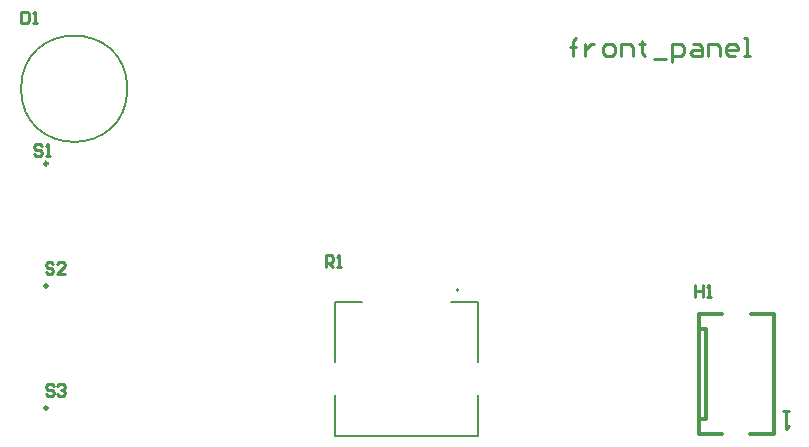
<source format=gbr>
G04*
G04 #@! TF.GenerationSoftware,Altium Limited,Altium Designer,22.4.2 (48)*
G04*
G04 Layer_Color=65535*
%FSLAX25Y25*%
%MOIN*%
G70*
G04*
G04 #@! TF.SameCoordinates,AD9AAAA9-8C15-4E76-B8C9-5665C563ED73*
G04*
G04*
G04 #@! TF.FilePolarity,Positive*
G04*
G01*
G75*
%ADD10C,0.01000*%
%ADD11C,0.00787*%
%ADD12C,0.00500*%
%ADD13C,0.01200*%
%ADD14C,0.01181*%
D10*
X231528Y424543D02*
G03*
X231528Y424543I-611J0D01*
G01*
Y343043D02*
G03*
X231528Y343043I-611J0D01*
G01*
Y383793D02*
G03*
X231528Y383793I-611J0D01*
G01*
X406500Y460499D02*
Y465498D01*
Y463498D01*
X405500D01*
X407499D01*
X406500D01*
Y465498D01*
X407499Y466497D01*
X410498Y464498D02*
Y460499D01*
Y462499D01*
X411498Y463498D01*
X412498Y464498D01*
X413497D01*
X417496Y460499D02*
X419495D01*
X420495Y461499D01*
Y463498D01*
X419495Y464498D01*
X417496D01*
X416496Y463498D01*
Y461499D01*
X417496Y460499D01*
X422495D02*
Y464498D01*
X425493D01*
X426493Y463498D01*
Y460499D01*
X429492Y465498D02*
Y464498D01*
X428493D01*
X430492D01*
X429492D01*
Y461499D01*
X430492Y460499D01*
X433491Y459500D02*
X437490D01*
X439489Y458500D02*
Y464498D01*
X442488D01*
X443488Y463498D01*
Y461499D01*
X442488Y460499D01*
X439489D01*
X446487Y464498D02*
X448486D01*
X449486Y463498D01*
Y460499D01*
X446487D01*
X445487Y461499D01*
X446487Y462499D01*
X449486D01*
X451485Y460499D02*
Y464498D01*
X454484D01*
X455484Y463498D01*
Y460499D01*
X460482D02*
X458483D01*
X457483Y461499D01*
Y463498D01*
X458483Y464498D01*
X460482D01*
X461482Y463498D01*
Y462499D01*
X457483D01*
X463481Y460499D02*
X465481D01*
X464481D01*
Y466497D01*
X463481D01*
X229500Y430312D02*
X228844Y430968D01*
X227532D01*
X226876Y430312D01*
Y429656D01*
X227532Y429000D01*
X228844D01*
X229500Y428344D01*
Y427688D01*
X228844Y427032D01*
X227532D01*
X226876Y427688D01*
X230812Y427032D02*
X232124D01*
X231468D01*
Y430968D01*
X230812Y430312D01*
X233424Y350480D02*
X232768Y351136D01*
X231456D01*
X230800Y350480D01*
Y349824D01*
X231456Y349168D01*
X232768D01*
X233424Y348512D01*
Y347856D01*
X232768Y347200D01*
X231456D01*
X230800Y347856D01*
X234736Y350480D02*
X235392Y351136D01*
X236704D01*
X237360Y350480D01*
Y349824D01*
X236704Y349168D01*
X236048D01*
X236704D01*
X237360Y348512D01*
Y347856D01*
X236704Y347200D01*
X235392D01*
X234736Y347856D01*
X233398Y391172D02*
X232742Y391828D01*
X231430D01*
X230774Y391172D01*
Y390516D01*
X231430Y389860D01*
X232742D01*
X233398Y389204D01*
Y388548D01*
X232742Y387893D01*
X231430D01*
X230774Y388548D01*
X237334Y387893D02*
X234710D01*
X237334Y390516D01*
Y391172D01*
X236678Y391828D01*
X235366D01*
X234710Y391172D01*
X324100Y390100D02*
Y394036D01*
X326068D01*
X326724Y393380D01*
Y392068D01*
X326068Y391412D01*
X324100D01*
X325412D02*
X326724Y390100D01*
X328036D02*
X329348D01*
X328692D01*
Y394036D01*
X328036Y393380D01*
X478500Y342000D02*
X476501D01*
X477500D01*
Y336002D01*
X478500Y337002D01*
X447300Y384136D02*
Y380200D01*
Y382168D01*
X449924D01*
Y384136D01*
Y380200D01*
X451236D02*
X452548D01*
X451892D01*
Y384136D01*
X451236Y383480D01*
X222513Y475236D02*
Y471300D01*
X224481D01*
X225137Y471956D01*
Y474580D01*
X224481Y475236D01*
X222513D01*
X226449Y471300D02*
X227761D01*
X227105D01*
Y475236D01*
X226449Y474580D01*
D11*
X368480Y382500D02*
G03*
X368480Y382500I-394J0D01*
G01*
D12*
X258030Y449500D02*
G03*
X258030Y449500I-17717J0D01*
G01*
X374976Y333878D02*
Y347461D01*
Y358484D02*
Y378563D01*
X365921D02*
X374976D01*
X327339D02*
X336394D01*
X327339Y358484D02*
Y378563D01*
Y333878D02*
Y347461D01*
Y333878D02*
X374976D01*
D13*
X448500Y369500D02*
X451000D01*
X448500Y334500D02*
Y374500D01*
X473500Y334500D02*
Y374500D01*
X448500Y339500D02*
X451000D01*
Y369500D01*
D14*
X448500Y334500D02*
X456394D01*
X465606D02*
X473500D01*
X448500Y374500D02*
X456315D01*
X465764D02*
X473500D01*
M02*

</source>
